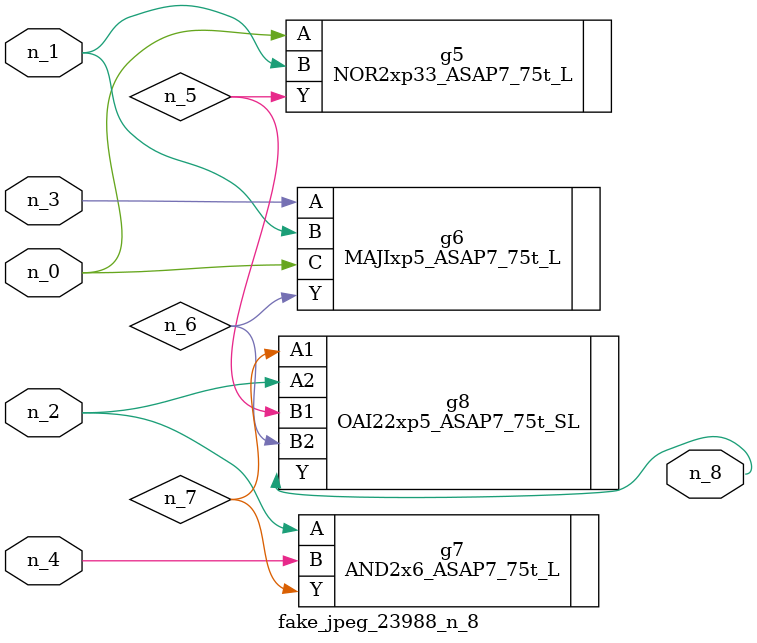
<source format=v>
module fake_jpeg_23988_n_8 (n_3, n_2, n_1, n_0, n_4, n_8);

input n_3;
input n_2;
input n_1;
input n_0;
input n_4;

output n_8;

wire n_6;
wire n_5;
wire n_7;

NOR2xp33_ASAP7_75t_L g5 ( 
.A(n_0),
.B(n_1),
.Y(n_5)
);

MAJIxp5_ASAP7_75t_L g6 ( 
.A(n_3),
.B(n_1),
.C(n_0),
.Y(n_6)
);

AND2x6_ASAP7_75t_L g7 ( 
.A(n_2),
.B(n_4),
.Y(n_7)
);

OAI22xp5_ASAP7_75t_SL g8 ( 
.A1(n_7),
.A2(n_2),
.B1(n_5),
.B2(n_6),
.Y(n_8)
);


endmodule
</source>
